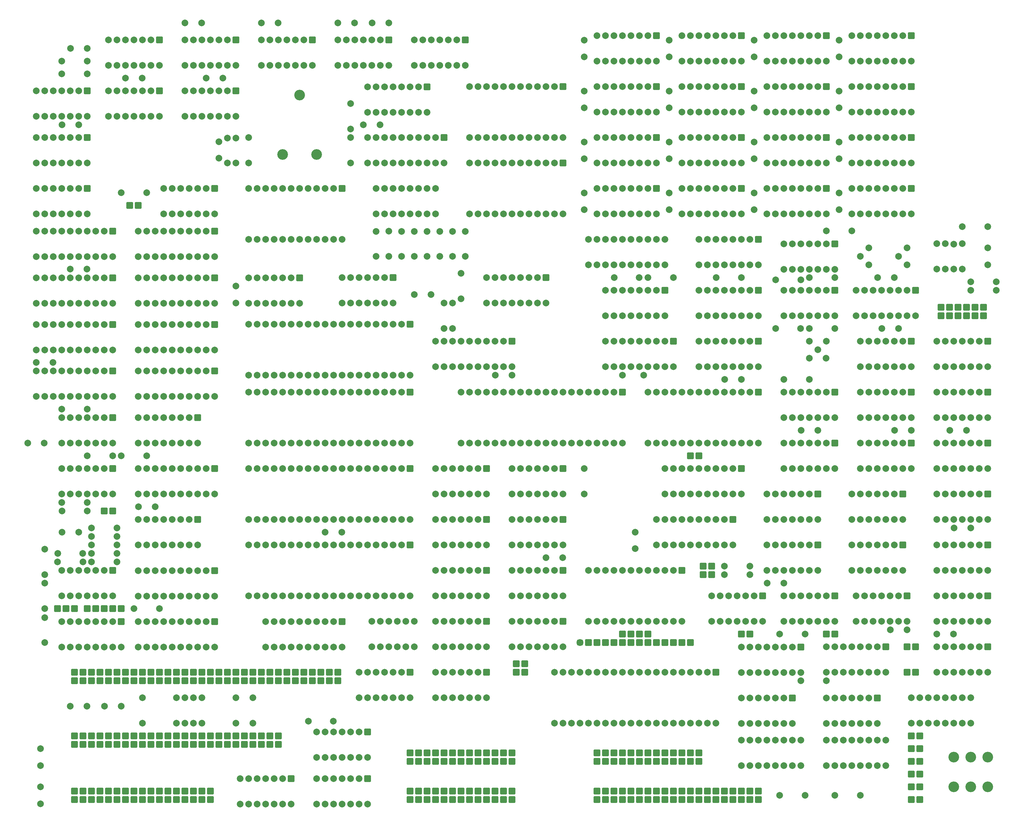
<source format=gbr>
G04 #@! TF.GenerationSoftware,KiCad,Pcbnew,7.0.5*
G04 #@! TF.CreationDate,2023-08-01T18:07:23+02:00*
G04 #@! TF.ProjectId,idp-valid,6964702d-7661-46c6-9964-2e6b69636164,1*
G04 #@! TF.SameCoordinates,Original*
G04 #@! TF.FileFunction,Soldermask,Top*
G04 #@! TF.FilePolarity,Negative*
%FSLAX46Y46*%
G04 Gerber Fmt 4.6, Leading zero omitted, Abs format (unit mm)*
G04 Created by KiCad (PCBNEW 7.0.5) date 2023-08-01 18:07:23*
%MOMM*%
%LPD*%
G01*
G04 APERTURE LIST*
G04 Aperture macros list*
%AMRoundRect*
0 Rectangle with rounded corners*
0 $1 Rounding radius*
0 $2 $3 $4 $5 $6 $7 $8 $9 X,Y pos of 4 corners*
0 Add a 4 corners polygon primitive as box body*
4,1,4,$2,$3,$4,$5,$6,$7,$8,$9,$2,$3,0*
0 Add four circle primitives for the rounded corners*
1,1,$1+$1,$2,$3*
1,1,$1+$1,$4,$5*
1,1,$1+$1,$6,$7*
1,1,$1+$1,$8,$9*
0 Add four rect primitives between the rounded corners*
20,1,$1+$1,$2,$3,$4,$5,0*
20,1,$1+$1,$4,$5,$6,$7,0*
20,1,$1+$1,$6,$7,$8,$9,0*
20,1,$1+$1,$8,$9,$2,$3,0*%
G04 Aperture macros list end*
%ADD10C,2.000000*%
%ADD11RoundRect,0.200000X-0.800000X0.800000X-0.800000X-0.800000X0.800000X-0.800000X0.800000X0.800000X0*%
%ADD12RoundRect,0.200000X0.800000X-0.800000X0.800000X0.800000X-0.800000X0.800000X-0.800000X-0.800000X0*%
%ADD13C,3.200000*%
%ADD14RoundRect,0.200000X-0.800000X-0.800000X0.800000X-0.800000X0.800000X0.800000X-0.800000X0.800000X0*%
%ADD15RoundRect,0.800000X0.200000X-0.200000X0.200000X0.200000X-0.200000X0.200000X-0.200000X-0.200000X0*%
G04 APERTURE END LIST*
D10*
X91440000Y-215900000D03*
X83820000Y-215900000D03*
X181610000Y-114300000D03*
X181610000Y-106680000D03*
X316230000Y-129540000D03*
X313690000Y-127000000D03*
X316230000Y-124460000D03*
D11*
X328930000Y-60960000D03*
D10*
X326390000Y-60960000D03*
X323850000Y-60960000D03*
X321310000Y-60960000D03*
X318770000Y-60960000D03*
X316230000Y-60960000D03*
X313690000Y-60960000D03*
X311150000Y-60960000D03*
X311150000Y-68580000D03*
X313690000Y-68580000D03*
X316230000Y-68580000D03*
X318770000Y-68580000D03*
X321310000Y-68580000D03*
X323850000Y-68580000D03*
X326390000Y-68580000D03*
X328930000Y-68580000D03*
X293370000Y-279400000D03*
X293370000Y-271780000D03*
D11*
X209550000Y-152400000D03*
D10*
X207010000Y-152400000D03*
X204470000Y-152400000D03*
X201930000Y-152400000D03*
X199390000Y-152400000D03*
X196850000Y-152400000D03*
X194310000Y-152400000D03*
X191770000Y-152400000D03*
X189230000Y-152400000D03*
X186690000Y-152400000D03*
X186690000Y-160020000D03*
X189230000Y-160020000D03*
X191770000Y-160020000D03*
X194310000Y-160020000D03*
X196850000Y-160020000D03*
X199390000Y-160020000D03*
X201930000Y-160020000D03*
X204470000Y-160020000D03*
X207010000Y-160020000D03*
X209550000Y-160020000D03*
D11*
X146055000Y-133360000D03*
D10*
X143515000Y-133360000D03*
X140975000Y-133360000D03*
X138435000Y-133360000D03*
X135895000Y-133360000D03*
X133355000Y-133360000D03*
X130815000Y-133360000D03*
X130815000Y-140980000D03*
X133355000Y-140980000D03*
X135895000Y-140980000D03*
X138435000Y-140980000D03*
X140975000Y-140980000D03*
X143515000Y-140980000D03*
X146055000Y-140980000D03*
X100330000Y-186690000D03*
X92710000Y-186690000D03*
D11*
X321310000Y-243840000D03*
D10*
X318770000Y-243840000D03*
X316230000Y-243840000D03*
X313690000Y-243840000D03*
X311150000Y-243840000D03*
X308610000Y-243840000D03*
X306070000Y-243840000D03*
X303530000Y-243840000D03*
X303530000Y-251460000D03*
X306070000Y-251460000D03*
X308610000Y-251460000D03*
X311150000Y-251460000D03*
X313690000Y-251460000D03*
X316230000Y-251460000D03*
X318770000Y-251460000D03*
X321310000Y-251460000D03*
X308610000Y-279400000D03*
X308610000Y-271780000D03*
X77470000Y-261620000D03*
X82470000Y-261620000D03*
D11*
X120645000Y-119390000D03*
D10*
X118105000Y-119390000D03*
X115565000Y-119390000D03*
X113025000Y-119390000D03*
X110485000Y-119390000D03*
X107945000Y-119390000D03*
X105405000Y-119390000D03*
X102865000Y-119390000D03*
X100325000Y-119390000D03*
X97785000Y-119390000D03*
X97785000Y-127010000D03*
X100325000Y-127010000D03*
X102865000Y-127010000D03*
X105405000Y-127010000D03*
X107945000Y-127010000D03*
X110485000Y-127010000D03*
X113025000Y-127010000D03*
X115565000Y-127010000D03*
X118105000Y-127010000D03*
X120645000Y-127010000D03*
D11*
X115570000Y-175260000D03*
D10*
X113030000Y-175260000D03*
X110490000Y-175260000D03*
X107950000Y-175260000D03*
X105410000Y-175260000D03*
X102870000Y-175260000D03*
X100330000Y-175260000D03*
X97790000Y-175260000D03*
X97790000Y-182880000D03*
X100330000Y-182880000D03*
X102870000Y-182880000D03*
X105410000Y-182880000D03*
X107950000Y-182880000D03*
X110490000Y-182880000D03*
X113030000Y-182880000D03*
X115570000Y-182880000D03*
D12*
X328930000Y-289560000D03*
X331470000Y-289560000D03*
D10*
X172720000Y-126940000D03*
X172720000Y-119440000D03*
D11*
X90165000Y-133360000D03*
D10*
X87625000Y-133360000D03*
X85085000Y-133360000D03*
X82545000Y-133360000D03*
X80005000Y-133360000D03*
X77465000Y-133360000D03*
X74925000Y-133360000D03*
X72385000Y-133360000D03*
X69845000Y-133360000D03*
X67305000Y-133360000D03*
X67305000Y-140980000D03*
X69845000Y-140980000D03*
X72385000Y-140980000D03*
X74925000Y-140980000D03*
X77465000Y-140980000D03*
X80005000Y-140980000D03*
X82545000Y-140980000D03*
X85085000Y-140980000D03*
X87625000Y-140980000D03*
X90165000Y-140980000D03*
X172720000Y-243840000D03*
X172720000Y-236220000D03*
D11*
X327660000Y-228600000D03*
D10*
X325120000Y-228600000D03*
X322580000Y-228600000D03*
X320040000Y-228600000D03*
X317500000Y-228600000D03*
X314960000Y-228600000D03*
X312420000Y-228600000D03*
X312420000Y-236220000D03*
X314960000Y-236220000D03*
X317500000Y-236220000D03*
X320040000Y-236220000D03*
X322580000Y-236220000D03*
X325120000Y-236220000D03*
X327660000Y-236220000D03*
D11*
X201930000Y-236220000D03*
D10*
X199390000Y-236220000D03*
X196850000Y-236220000D03*
X194310000Y-236220000D03*
X191770000Y-236220000D03*
X189230000Y-236220000D03*
X186690000Y-236220000D03*
X186690000Y-243840000D03*
X189230000Y-243840000D03*
X191770000Y-243840000D03*
X194310000Y-243840000D03*
X196850000Y-243840000D03*
X199390000Y-243840000D03*
X201930000Y-243840000D03*
D11*
X166375000Y-283220000D03*
D10*
X163835000Y-283220000D03*
X161295000Y-283220000D03*
X158755000Y-283220000D03*
X156215000Y-283220000D03*
X153675000Y-283220000D03*
X151135000Y-283220000D03*
X151135000Y-290840000D03*
X153675000Y-290840000D03*
X156215000Y-290840000D03*
X158755000Y-290840000D03*
X161295000Y-290840000D03*
X163835000Y-290840000D03*
X166375000Y-290840000D03*
D11*
X179070000Y-190500000D03*
D10*
X176530000Y-190500000D03*
X173990000Y-190500000D03*
X171450000Y-190500000D03*
X168910000Y-190500000D03*
X166370000Y-190500000D03*
X163830000Y-190500000D03*
X161290000Y-190500000D03*
X158750000Y-190500000D03*
X156210000Y-190500000D03*
X153670000Y-190500000D03*
X151130000Y-190500000D03*
X148590000Y-190500000D03*
X146050000Y-190500000D03*
X143510000Y-190500000D03*
X140970000Y-190500000D03*
X138430000Y-190500000D03*
X135890000Y-190500000D03*
X133350000Y-190500000D03*
X130810000Y-190500000D03*
X130810000Y-205740000D03*
X133350000Y-205740000D03*
X135890000Y-205740000D03*
X138430000Y-205740000D03*
X140970000Y-205740000D03*
X143510000Y-205740000D03*
X146050000Y-205740000D03*
X148590000Y-205740000D03*
X151130000Y-205740000D03*
X153670000Y-205740000D03*
X156210000Y-205740000D03*
X158750000Y-205740000D03*
X161290000Y-205740000D03*
X163830000Y-205740000D03*
X166370000Y-205740000D03*
X168910000Y-205740000D03*
X171450000Y-205740000D03*
X173990000Y-205740000D03*
X176530000Y-205740000D03*
X179070000Y-205740000D03*
D11*
X283210000Y-167640000D03*
D10*
X280670000Y-167640000D03*
X278130000Y-167640000D03*
X275590000Y-167640000D03*
X273050000Y-167640000D03*
X270510000Y-167640000D03*
X267970000Y-167640000D03*
X265430000Y-167640000D03*
X262890000Y-167640000D03*
X260350000Y-167640000D03*
X257810000Y-167640000D03*
X255270000Y-167640000D03*
X252730000Y-167640000D03*
X250190000Y-167640000D03*
X250190000Y-182880000D03*
X252730000Y-182880000D03*
X255270000Y-182880000D03*
X257810000Y-182880000D03*
X260350000Y-182880000D03*
X262890000Y-182880000D03*
X265430000Y-182880000D03*
X267970000Y-182880000D03*
X270510000Y-182880000D03*
X273050000Y-182880000D03*
X275590000Y-182880000D03*
X278130000Y-182880000D03*
X280670000Y-182880000D03*
X283210000Y-182880000D03*
X321310000Y-279400000D03*
X321310000Y-271780000D03*
X247650000Y-129540000D03*
X247650000Y-121920000D03*
X170100000Y-87630000D03*
X165100000Y-87630000D03*
D11*
X330200000Y-137160000D03*
D10*
X327660000Y-137160000D03*
X325120000Y-137160000D03*
X322580000Y-137160000D03*
X320040000Y-137160000D03*
X317500000Y-137160000D03*
X314960000Y-137160000D03*
X312420000Y-137160000D03*
X312420000Y-144780000D03*
X314960000Y-144780000D03*
X317500000Y-144780000D03*
X320040000Y-144780000D03*
X322580000Y-144780000D03*
X325120000Y-144780000D03*
X327660000Y-144780000D03*
X330200000Y-144780000D03*
D12*
X234950000Y-278130000D03*
X234950000Y-275590000D03*
X237490000Y-278130000D03*
X237490000Y-275590000D03*
X240030000Y-278130000D03*
X240030000Y-275590000D03*
X242570000Y-278130000D03*
X242570000Y-275590000D03*
X245110000Y-278130000D03*
X245110000Y-275590000D03*
X247650000Y-278130000D03*
X247650000Y-275590000D03*
X250190000Y-278130000D03*
X250190000Y-275590000D03*
X252730000Y-278130000D03*
X252730000Y-275590000D03*
X255270000Y-278130000D03*
X255270000Y-275590000D03*
X257810000Y-278130000D03*
X257810000Y-275590000D03*
X260350000Y-278130000D03*
X260350000Y-275590000D03*
X262890000Y-278130000D03*
X262890000Y-275590000D03*
X265430000Y-278130000D03*
X265430000Y-275590000D03*
D10*
X255270000Y-129540000D03*
X255270000Y-121920000D03*
X81280000Y-218440000D03*
X73660000Y-218440000D03*
X80010000Y-209550000D03*
X75010000Y-209550000D03*
X341550000Y-240030000D03*
X336550000Y-240030000D03*
X116840000Y-266700000D03*
X116840000Y-259080000D03*
X189230000Y-148590000D03*
X189230000Y-140970000D03*
D11*
X224790000Y-220980000D03*
D10*
X222250000Y-220980000D03*
X219710000Y-220980000D03*
X217170000Y-220980000D03*
X214630000Y-220980000D03*
X212090000Y-220980000D03*
X209550000Y-220980000D03*
X209550000Y-228600000D03*
X212090000Y-228600000D03*
X214630000Y-228600000D03*
X217170000Y-228600000D03*
X219710000Y-228600000D03*
X222250000Y-228600000D03*
X224790000Y-228600000D03*
X283210000Y-279400000D03*
X283210000Y-271780000D03*
D11*
X224790000Y-76200000D03*
D10*
X222250000Y-76200000D03*
X219710000Y-76200000D03*
X217170000Y-76200000D03*
X214630000Y-76200000D03*
X212090000Y-76200000D03*
X209550000Y-76200000D03*
X207010000Y-76200000D03*
X204470000Y-76200000D03*
X201930000Y-76200000D03*
X199390000Y-76200000D03*
X196850000Y-76200000D03*
X196850000Y-91440000D03*
X199390000Y-91440000D03*
X201930000Y-91440000D03*
X204470000Y-91440000D03*
X207010000Y-91440000D03*
X209550000Y-91440000D03*
X212090000Y-91440000D03*
X214630000Y-91440000D03*
X217170000Y-91440000D03*
X219710000Y-91440000D03*
X222250000Y-91440000D03*
X224790000Y-91440000D03*
X341630000Y-266700000D03*
X341630000Y-259080000D03*
D12*
X328930000Y-274320000D03*
X331470000Y-274320000D03*
D10*
X69850000Y-242570000D03*
X69850000Y-235070000D03*
D11*
X120645000Y-236230000D03*
D10*
X118105000Y-236230000D03*
X115565000Y-236230000D03*
X113025000Y-236230000D03*
X110485000Y-236230000D03*
X107945000Y-236230000D03*
X105405000Y-236230000D03*
X102865000Y-236230000D03*
X100325000Y-236230000D03*
X97785000Y-236230000D03*
X97785000Y-243850000D03*
X100325000Y-243850000D03*
X102865000Y-243850000D03*
X105405000Y-243850000D03*
X107945000Y-243850000D03*
X110485000Y-243850000D03*
X113025000Y-243850000D03*
X115565000Y-243850000D03*
X118105000Y-243850000D03*
X120645000Y-243850000D03*
D11*
X306070000Y-228600000D03*
D10*
X303530000Y-228600000D03*
X300990000Y-228600000D03*
X298450000Y-228600000D03*
X295910000Y-228600000D03*
X293370000Y-228600000D03*
X290830000Y-228600000D03*
X290830000Y-236220000D03*
X293370000Y-236220000D03*
X295910000Y-236220000D03*
X298450000Y-236220000D03*
X300990000Y-236220000D03*
X303530000Y-236220000D03*
X306070000Y-236220000D03*
X306070000Y-148590000D03*
X298450000Y-148590000D03*
D11*
X283210000Y-152400000D03*
D10*
X280670000Y-152400000D03*
X278130000Y-152400000D03*
X275590000Y-152400000D03*
X273050000Y-152400000D03*
X270510000Y-152400000D03*
X267970000Y-152400000D03*
X265430000Y-152400000D03*
X265430000Y-160020000D03*
X267970000Y-160020000D03*
X270510000Y-160020000D03*
X273050000Y-160020000D03*
X275590000Y-160020000D03*
X278130000Y-160020000D03*
X280670000Y-160020000D03*
X283210000Y-160020000D03*
X175260000Y-243840000D03*
X175260000Y-236220000D03*
D11*
X172720000Y-62230000D03*
D10*
X170180000Y-62230000D03*
X167640000Y-62230000D03*
X165100000Y-62230000D03*
X162560000Y-62230000D03*
X160020000Y-62230000D03*
X157480000Y-62230000D03*
X157480000Y-69850000D03*
X160020000Y-69850000D03*
X162560000Y-69850000D03*
X165100000Y-69850000D03*
X167640000Y-69850000D03*
X170180000Y-69850000D03*
X172720000Y-69850000D03*
X327660000Y-129540000D03*
X325120000Y-127000000D03*
X327660000Y-124460000D03*
D11*
X306070000Y-167640000D03*
D10*
X303530000Y-167640000D03*
X300990000Y-167640000D03*
X298450000Y-167640000D03*
X295910000Y-167640000D03*
X293370000Y-167640000D03*
X290830000Y-167640000D03*
X290830000Y-175260000D03*
X293370000Y-175260000D03*
X295910000Y-175260000D03*
X298450000Y-175260000D03*
X300990000Y-175260000D03*
X303530000Y-175260000D03*
X306070000Y-175260000D03*
X351790000Y-118110000D03*
X344170000Y-118110000D03*
X323850000Y-133350000D03*
X318850000Y-133350000D03*
X231140000Y-67270000D03*
X231140000Y-62270000D03*
X82510000Y-130810000D03*
X77510000Y-130810000D03*
X245110000Y-129540000D03*
X245110000Y-121920000D03*
D12*
X78740000Y-273050000D03*
X78740000Y-270510000D03*
X81280000Y-273050000D03*
X81280000Y-270510000D03*
X83820000Y-273050000D03*
X83820000Y-270510000D03*
X86360000Y-273050000D03*
X86360000Y-270510000D03*
X88900000Y-273050000D03*
X88900000Y-270510000D03*
X91440000Y-273050000D03*
X91440000Y-270510000D03*
X93980000Y-273050000D03*
X93980000Y-270510000D03*
X96520000Y-273050000D03*
X96520000Y-270510000D03*
X99060000Y-273050000D03*
X99060000Y-270510000D03*
X101600000Y-273050000D03*
X101600000Y-270510000D03*
X104140000Y-273050000D03*
X104140000Y-270510000D03*
X106680000Y-273050000D03*
X106680000Y-270510000D03*
X109220000Y-273050000D03*
X109220000Y-270510000D03*
X111760000Y-273050000D03*
X111760000Y-270510000D03*
X114300000Y-273050000D03*
X114300000Y-270510000D03*
X116840000Y-273050000D03*
X116840000Y-270510000D03*
X119380000Y-273050000D03*
X119380000Y-270510000D03*
X121920000Y-273050000D03*
X121920000Y-270510000D03*
X124460000Y-273050000D03*
X124460000Y-270510000D03*
X127000000Y-273050000D03*
X127000000Y-270510000D03*
X129540000Y-273050000D03*
X129540000Y-270510000D03*
X132080000Y-273050000D03*
X132080000Y-270510000D03*
X134620000Y-273050000D03*
X134620000Y-270510000D03*
X137160000Y-273050000D03*
X137160000Y-270510000D03*
X139700000Y-273050000D03*
X139700000Y-270510000D03*
D10*
X116800000Y-57150000D03*
X111800000Y-57150000D03*
D12*
X266700000Y-222250000D03*
X266700000Y-219710000D03*
X269240000Y-222250000D03*
X269240000Y-219710000D03*
D10*
X248920000Y-162560000D03*
X242570000Y-162560000D03*
D11*
X189225000Y-91440000D03*
D10*
X186685000Y-91440000D03*
X184145000Y-91440000D03*
X181605000Y-91440000D03*
X179065000Y-91440000D03*
X176525000Y-91440000D03*
X173985000Y-91440000D03*
X171445000Y-91440000D03*
X168905000Y-91440000D03*
X166365000Y-91440000D03*
X166365000Y-99060000D03*
X168905000Y-99060000D03*
X171445000Y-99060000D03*
X173985000Y-99060000D03*
X176525000Y-99060000D03*
X179065000Y-99060000D03*
X181605000Y-99060000D03*
X184145000Y-99060000D03*
X186685000Y-99060000D03*
X189225000Y-99060000D03*
X69850000Y-222250000D03*
X69850000Y-214630000D03*
X82550000Y-200660000D03*
X74930000Y-200660000D03*
X256540000Y-112990000D03*
X256540000Y-107990000D03*
X290830000Y-279400000D03*
X290830000Y-271780000D03*
X224750000Y-217170000D03*
X219750000Y-217170000D03*
X300990000Y-179070000D03*
X295990000Y-179070000D03*
D11*
X328930000Y-76200000D03*
D10*
X326390000Y-76200000D03*
X323850000Y-76200000D03*
X321310000Y-76200000D03*
X318770000Y-76200000D03*
X316230000Y-76200000D03*
X313690000Y-76200000D03*
X311150000Y-76200000D03*
X311150000Y-83820000D03*
X313690000Y-83820000D03*
X316230000Y-83820000D03*
X318770000Y-83820000D03*
X321310000Y-83820000D03*
X323850000Y-83820000D03*
X326390000Y-83820000D03*
X328930000Y-83820000D03*
D11*
X278130000Y-106680000D03*
D10*
X275590000Y-106680000D03*
X273050000Y-106680000D03*
X270510000Y-106680000D03*
X267970000Y-106680000D03*
X265430000Y-106680000D03*
X262890000Y-106680000D03*
X260350000Y-106680000D03*
X260350000Y-114300000D03*
X262890000Y-114300000D03*
X265430000Y-114300000D03*
X267970000Y-114300000D03*
X270510000Y-114300000D03*
X273050000Y-114300000D03*
X275590000Y-114300000D03*
X278130000Y-114300000D03*
X167640000Y-243840000D03*
X167640000Y-236220000D03*
X179070000Y-114300000D03*
X179070000Y-106680000D03*
X354330000Y-137160000D03*
X346710000Y-137160000D03*
X173990000Y-114300000D03*
X173990000Y-106680000D03*
D11*
X303530000Y-76200000D03*
D10*
X300990000Y-76200000D03*
X298450000Y-76200000D03*
X295910000Y-76200000D03*
X293370000Y-76200000D03*
X290830000Y-76200000D03*
X288290000Y-76200000D03*
X285750000Y-76200000D03*
X285750000Y-83820000D03*
X288290000Y-83820000D03*
X290830000Y-83820000D03*
X293370000Y-83820000D03*
X295910000Y-83820000D03*
X298450000Y-83820000D03*
X300990000Y-83820000D03*
X303530000Y-83820000D03*
X172720000Y-57150000D03*
X167720000Y-57150000D03*
D11*
X328930000Y-152400000D03*
D10*
X326390000Y-152400000D03*
X323850000Y-152400000D03*
X321310000Y-152400000D03*
X318770000Y-152400000D03*
X316230000Y-152400000D03*
X313690000Y-152400000D03*
X313690000Y-160020000D03*
X316230000Y-160020000D03*
X318770000Y-160020000D03*
X321310000Y-160020000D03*
X323850000Y-160020000D03*
X326390000Y-160020000D03*
X328930000Y-160020000D03*
D11*
X90170000Y-161290000D03*
D10*
X87630000Y-161290000D03*
X85090000Y-161290000D03*
X82550000Y-161290000D03*
X80010000Y-161290000D03*
X77470000Y-161290000D03*
X74930000Y-161290000D03*
X72390000Y-161290000D03*
X69850000Y-161290000D03*
X67310000Y-161290000D03*
X67310000Y-168910000D03*
X69850000Y-168910000D03*
X72390000Y-168910000D03*
X74930000Y-168910000D03*
X77470000Y-168910000D03*
X80010000Y-168910000D03*
X82550000Y-168910000D03*
X85090000Y-168910000D03*
X87630000Y-168910000D03*
X90170000Y-168910000D03*
D11*
X120645000Y-147330000D03*
D10*
X118105000Y-147330000D03*
X115565000Y-147330000D03*
X113025000Y-147330000D03*
X110485000Y-147330000D03*
X107945000Y-147330000D03*
X105405000Y-147330000D03*
X102865000Y-147330000D03*
X100325000Y-147330000D03*
X97785000Y-147330000D03*
X97785000Y-154950000D03*
X100325000Y-154950000D03*
X102865000Y-154950000D03*
X105405000Y-154950000D03*
X107945000Y-154950000D03*
X110485000Y-154950000D03*
X113025000Y-154950000D03*
X115565000Y-154950000D03*
X118105000Y-154950000D03*
X120645000Y-154950000D03*
X124460000Y-99060000D03*
X124460000Y-91560000D03*
D12*
X234950000Y-289560000D03*
X234950000Y-287020000D03*
X237490000Y-289560000D03*
X237490000Y-287020000D03*
X240030000Y-289560000D03*
X240030000Y-287020000D03*
X242570000Y-289560000D03*
X242570000Y-287020000D03*
X245110000Y-289560000D03*
X245110000Y-287020000D03*
X247650000Y-289560000D03*
X247650000Y-287020000D03*
X250190000Y-289560000D03*
X250190000Y-287020000D03*
X252730000Y-289560000D03*
X252730000Y-287020000D03*
X255270000Y-289560000D03*
X255270000Y-287020000D03*
X257810000Y-289560000D03*
X257810000Y-287020000D03*
X260350000Y-289560000D03*
X260350000Y-287020000D03*
X262890000Y-289560000D03*
X262890000Y-287020000D03*
X265430000Y-289560000D03*
X265430000Y-287020000D03*
X267970000Y-289560000D03*
X267970000Y-287020000D03*
X270510000Y-289560000D03*
X270510000Y-287020000D03*
X273050000Y-289560000D03*
X273050000Y-287020000D03*
X275590000Y-289560000D03*
X275590000Y-287020000D03*
X278130000Y-289560000D03*
X278130000Y-287020000D03*
X280670000Y-289560000D03*
X280670000Y-287020000D03*
X283210000Y-289560000D03*
X283210000Y-287020000D03*
X327660000Y-243840000D03*
X330200000Y-243840000D03*
D10*
X168910000Y-127000000D03*
X168910000Y-119500000D03*
X285750000Y-279400000D03*
X285750000Y-271780000D03*
D11*
X328930000Y-167640000D03*
D10*
X326390000Y-167640000D03*
X323850000Y-167640000D03*
X321310000Y-167640000D03*
X318770000Y-167640000D03*
X316230000Y-167640000D03*
X313690000Y-167640000D03*
X313690000Y-175260000D03*
X316230000Y-175260000D03*
X318770000Y-175260000D03*
X321310000Y-175260000D03*
X323850000Y-175260000D03*
X326390000Y-175260000D03*
X328930000Y-175260000D03*
D11*
X120650000Y-190500000D03*
D10*
X118110000Y-190500000D03*
X115570000Y-190500000D03*
X113030000Y-190500000D03*
X110490000Y-190500000D03*
X107950000Y-190500000D03*
X105410000Y-190500000D03*
X102870000Y-190500000D03*
X100330000Y-190500000D03*
X97790000Y-190500000D03*
X97790000Y-198120000D03*
X100330000Y-198120000D03*
X102870000Y-198120000D03*
X105410000Y-198120000D03*
X107950000Y-198120000D03*
X110490000Y-198120000D03*
X113030000Y-198120000D03*
X115570000Y-198120000D03*
X118110000Y-198120000D03*
X120650000Y-198120000D03*
X281940000Y-82510000D03*
X281940000Y-77510000D03*
X311150000Y-119380000D03*
X303530000Y-119380000D03*
D11*
X179065000Y-213355000D03*
D10*
X176525000Y-213355000D03*
X173985000Y-213355000D03*
X171445000Y-213355000D03*
X168905000Y-213355000D03*
X166365000Y-213355000D03*
X163825000Y-213355000D03*
X161285000Y-213355000D03*
X158745000Y-213355000D03*
X156205000Y-213355000D03*
X153665000Y-213355000D03*
X151125000Y-213355000D03*
X148585000Y-213355000D03*
X146045000Y-213355000D03*
X143505000Y-213355000D03*
X140965000Y-213355000D03*
X138425000Y-213355000D03*
X135885000Y-213355000D03*
X133345000Y-213355000D03*
X130805000Y-213355000D03*
X130805000Y-228595000D03*
X133345000Y-228595000D03*
X135885000Y-228595000D03*
X138425000Y-228595000D03*
X140965000Y-228595000D03*
X143505000Y-228595000D03*
X146045000Y-228595000D03*
X148585000Y-228595000D03*
X151125000Y-228595000D03*
X153665000Y-228595000D03*
X156205000Y-228595000D03*
X158745000Y-228595000D03*
X161285000Y-228595000D03*
X163825000Y-228595000D03*
X166365000Y-228595000D03*
X168905000Y-228595000D03*
X171445000Y-228595000D03*
X173985000Y-228595000D03*
X176525000Y-228595000D03*
X179065000Y-228595000D03*
D11*
X351790000Y-152400000D03*
D10*
X349250000Y-152400000D03*
X346710000Y-152400000D03*
X344170000Y-152400000D03*
X341630000Y-152400000D03*
X339090000Y-152400000D03*
X336550000Y-152400000D03*
X336550000Y-160020000D03*
X339090000Y-160020000D03*
X341630000Y-160020000D03*
X344170000Y-160020000D03*
X346710000Y-160020000D03*
X349250000Y-160020000D03*
X351790000Y-160020000D03*
X339090000Y-130810000D03*
X339090000Y-123190000D03*
X90170000Y-186690000D03*
X82550000Y-186690000D03*
X180340000Y-127000000D03*
X180340000Y-119500000D03*
X242570000Y-129540000D03*
X242570000Y-121920000D03*
D11*
X318775000Y-259090000D03*
D10*
X316235000Y-259090000D03*
X313695000Y-259090000D03*
X311155000Y-259090000D03*
X308615000Y-259090000D03*
X306075000Y-259090000D03*
X303535000Y-259090000D03*
X303535000Y-266710000D03*
X306075000Y-266710000D03*
X308615000Y-266710000D03*
X311155000Y-266710000D03*
X313695000Y-266710000D03*
X316235000Y-266710000D03*
X318775000Y-266710000D03*
X231140000Y-82510000D03*
X231140000Y-77510000D03*
X345440000Y-179070000D03*
X340440000Y-179070000D03*
X280670000Y-219710000D03*
X273050000Y-219710000D03*
X68580000Y-274320000D03*
X68580000Y-279320000D03*
X278130000Y-133350000D03*
X270630000Y-133350000D03*
D13*
X341630000Y-276860000D03*
X346710000Y-276860000D03*
X351790000Y-276860000D03*
X341630000Y-285750000D03*
X346710000Y-285750000D03*
X351790000Y-285750000D03*
D10*
X280670000Y-222250000D03*
X273050000Y-222250000D03*
X325120000Y-148590000D03*
X320120000Y-148590000D03*
X171450000Y-114300000D03*
X171450000Y-106680000D03*
D12*
X303530000Y-240030000D03*
X306070000Y-240030000D03*
D11*
X195580000Y-62230000D03*
D10*
X193040000Y-62230000D03*
X190500000Y-62230000D03*
X187960000Y-62230000D03*
X185420000Y-62230000D03*
X182880000Y-62230000D03*
X180340000Y-62230000D03*
X180340000Y-69850000D03*
X182880000Y-69850000D03*
X185420000Y-69850000D03*
X187960000Y-69850000D03*
X190500000Y-69850000D03*
X193040000Y-69850000D03*
X195580000Y-69850000D03*
D11*
X158755000Y-106675000D03*
D10*
X156215000Y-106675000D03*
X153675000Y-106675000D03*
X151135000Y-106675000D03*
X148595000Y-106675000D03*
X146055000Y-106675000D03*
X143515000Y-106675000D03*
X140975000Y-106675000D03*
X138435000Y-106675000D03*
X135895000Y-106675000D03*
X133355000Y-106675000D03*
X130815000Y-106675000D03*
X130815000Y-121915000D03*
X133355000Y-121915000D03*
X135895000Y-121915000D03*
X138435000Y-121915000D03*
X140975000Y-121915000D03*
X143515000Y-121915000D03*
X146055000Y-121915000D03*
X148595000Y-121915000D03*
X151135000Y-121915000D03*
X153675000Y-121915000D03*
X156215000Y-121915000D03*
X158755000Y-121915000D03*
X344170000Y-130810000D03*
X344170000Y-123190000D03*
X250190000Y-129540000D03*
X250190000Y-121920000D03*
X311150000Y-279400000D03*
X311150000Y-271780000D03*
X231140000Y-97750000D03*
X231140000Y-92750000D03*
X341630000Y-130810000D03*
X341630000Y-123310000D03*
D11*
X219710000Y-133350000D03*
D10*
X217170000Y-133350000D03*
X214630000Y-133350000D03*
X212090000Y-133350000D03*
X209550000Y-133350000D03*
X207010000Y-133350000D03*
X204470000Y-133350000D03*
X201930000Y-133350000D03*
X201930000Y-140970000D03*
X204470000Y-140970000D03*
X207010000Y-140970000D03*
X209550000Y-140970000D03*
X212090000Y-140970000D03*
X214630000Y-140970000D03*
X217170000Y-140970000D03*
X219710000Y-140970000D03*
D12*
X328930000Y-278130000D03*
X331470000Y-278130000D03*
D10*
X168910000Y-114300000D03*
X168910000Y-106680000D03*
X257810000Y-133350000D03*
X250190000Y-133350000D03*
D14*
X87630000Y-203200000D03*
X90170000Y-203200000D03*
D10*
X281940000Y-67270000D03*
X281940000Y-62270000D03*
D11*
X90165000Y-147330000D03*
D10*
X87625000Y-147330000D03*
X85085000Y-147330000D03*
X82545000Y-147330000D03*
X80005000Y-147330000D03*
X77465000Y-147330000D03*
X74925000Y-147330000D03*
X72385000Y-147330000D03*
X69845000Y-147330000D03*
X67305000Y-147330000D03*
X67305000Y-154950000D03*
X69845000Y-154950000D03*
X72385000Y-154950000D03*
X74925000Y-154950000D03*
X77465000Y-154950000D03*
X80005000Y-154950000D03*
X82545000Y-154950000D03*
X85085000Y-154950000D03*
X87625000Y-154950000D03*
X90165000Y-154950000D03*
X313690000Y-279400000D03*
X313690000Y-271780000D03*
D12*
X278130000Y-240030000D03*
X280670000Y-240030000D03*
D11*
X278130000Y-190500000D03*
D10*
X275590000Y-190500000D03*
X273050000Y-190500000D03*
X270510000Y-190500000D03*
X267970000Y-190500000D03*
X265430000Y-190500000D03*
X262890000Y-190500000D03*
X260350000Y-190500000D03*
X257810000Y-190500000D03*
X255270000Y-190500000D03*
X255270000Y-198120000D03*
X257810000Y-198120000D03*
X260350000Y-198120000D03*
X262890000Y-198120000D03*
X265430000Y-198120000D03*
X267970000Y-198120000D03*
X270510000Y-198120000D03*
X273050000Y-198120000D03*
X275590000Y-198120000D03*
X278130000Y-198120000D03*
D11*
X252730000Y-76200000D03*
D10*
X250190000Y-76200000D03*
X247650000Y-76200000D03*
X245110000Y-76200000D03*
X242570000Y-76200000D03*
X240030000Y-76200000D03*
X237490000Y-76200000D03*
X234950000Y-76200000D03*
X234950000Y-83820000D03*
X237490000Y-83820000D03*
X240030000Y-83820000D03*
X242570000Y-83820000D03*
X245110000Y-83820000D03*
X247650000Y-83820000D03*
X250190000Y-83820000D03*
X252730000Y-83820000D03*
D11*
X283210000Y-121920000D03*
D10*
X280670000Y-121920000D03*
X278130000Y-121920000D03*
X275590000Y-121920000D03*
X273050000Y-121920000D03*
X270510000Y-121920000D03*
X267970000Y-121920000D03*
X265430000Y-121920000D03*
X265430000Y-129540000D03*
X267970000Y-129540000D03*
X270510000Y-129540000D03*
X273050000Y-129540000D03*
X275590000Y-129540000D03*
X278130000Y-129540000D03*
X280670000Y-129540000D03*
X283210000Y-129540000D03*
D11*
X201930000Y-220980000D03*
D10*
X199390000Y-220980000D03*
X196850000Y-220980000D03*
X194310000Y-220980000D03*
X191770000Y-220980000D03*
X189230000Y-220980000D03*
X186690000Y-220980000D03*
X186690000Y-228600000D03*
X189230000Y-228600000D03*
X191770000Y-228600000D03*
X194310000Y-228600000D03*
X196850000Y-228600000D03*
X199390000Y-228600000D03*
X201930000Y-228600000D03*
X256540000Y-97750000D03*
X256540000Y-92750000D03*
X303530000Y-279400000D03*
X303530000Y-271780000D03*
X346710000Y-208280000D03*
X341710000Y-208280000D03*
X232410000Y-129540000D03*
X232410000Y-121920000D03*
D11*
X90170000Y-190500000D03*
D10*
X87630000Y-190500000D03*
X85090000Y-190500000D03*
X82550000Y-190500000D03*
X80010000Y-190500000D03*
X77470000Y-190500000D03*
X74930000Y-190500000D03*
X74930000Y-198120000D03*
X77470000Y-198120000D03*
X80010000Y-198120000D03*
X82550000Y-198120000D03*
X85090000Y-198120000D03*
X87630000Y-198120000D03*
X90170000Y-198120000D03*
D11*
X120650000Y-161290000D03*
D10*
X118110000Y-161290000D03*
X115570000Y-161290000D03*
X113030000Y-161290000D03*
X110490000Y-161290000D03*
X107950000Y-161290000D03*
X105410000Y-161290000D03*
X102870000Y-161290000D03*
X100330000Y-161290000D03*
X97790000Y-161290000D03*
X97790000Y-168910000D03*
X100330000Y-168910000D03*
X102870000Y-168910000D03*
X105410000Y-168910000D03*
X107950000Y-168910000D03*
X110490000Y-168910000D03*
X113030000Y-168910000D03*
X115570000Y-168910000D03*
X118110000Y-168910000D03*
X120650000Y-168910000D03*
D11*
X275590000Y-205740000D03*
D10*
X273050000Y-205740000D03*
X270510000Y-205740000D03*
X267970000Y-205740000D03*
X265430000Y-205740000D03*
X262890000Y-205740000D03*
X260350000Y-205740000D03*
X257810000Y-205740000D03*
X255270000Y-205740000D03*
X252730000Y-205740000D03*
X252730000Y-213360000D03*
X255270000Y-213360000D03*
X257810000Y-213360000D03*
X260350000Y-213360000D03*
X262890000Y-213360000D03*
X265430000Y-213360000D03*
X267970000Y-213360000D03*
X270510000Y-213360000D03*
X273050000Y-213360000D03*
X275590000Y-213360000D03*
X327660000Y-238760000D03*
X322660000Y-238760000D03*
D11*
X92695000Y-236230000D03*
D10*
X90155000Y-236230000D03*
X87615000Y-236230000D03*
X85075000Y-236230000D03*
X82535000Y-236230000D03*
X79995000Y-236230000D03*
X77455000Y-236230000D03*
X74915000Y-236230000D03*
X74915000Y-243850000D03*
X77455000Y-243850000D03*
X79995000Y-243850000D03*
X82535000Y-243850000D03*
X85075000Y-243850000D03*
X87615000Y-243850000D03*
X90155000Y-243850000D03*
X92695000Y-243850000D03*
D11*
X306070000Y-137160000D03*
D10*
X303530000Y-137160000D03*
X300990000Y-137160000D03*
X298450000Y-137160000D03*
X295910000Y-137160000D03*
X293370000Y-137160000D03*
X290830000Y-137160000D03*
X290830000Y-144780000D03*
X293370000Y-144780000D03*
X295910000Y-144780000D03*
X298450000Y-144780000D03*
X300990000Y-144780000D03*
X303530000Y-144780000D03*
X306070000Y-144780000D03*
D11*
X295895000Y-243850000D03*
D10*
X293355000Y-243850000D03*
X290815000Y-243850000D03*
X288275000Y-243850000D03*
X285735000Y-243850000D03*
X283195000Y-243850000D03*
X280655000Y-243850000D03*
X278115000Y-243850000D03*
X278115000Y-251470000D03*
X280655000Y-251470000D03*
X283195000Y-251470000D03*
X285735000Y-251470000D03*
X288275000Y-251470000D03*
X290815000Y-251470000D03*
X293355000Y-251470000D03*
X295895000Y-251470000D03*
X104140000Y-232410000D03*
X96520000Y-232410000D03*
X81220000Y-215900000D03*
X73720000Y-215900000D03*
D11*
X173990000Y-133350000D03*
D10*
X171450000Y-133350000D03*
X168910000Y-133350000D03*
X166370000Y-133350000D03*
X163830000Y-133350000D03*
X161290000Y-133350000D03*
X158750000Y-133350000D03*
X158750000Y-140970000D03*
X161290000Y-140970000D03*
X163830000Y-140970000D03*
X166370000Y-140970000D03*
X168910000Y-140970000D03*
X171450000Y-140970000D03*
X173990000Y-140970000D03*
X306070000Y-279400000D03*
X306070000Y-271780000D03*
X288290000Y-279400000D03*
X288290000Y-271780000D03*
D11*
X158745000Y-236230000D03*
D10*
X156205000Y-236230000D03*
X153665000Y-236230000D03*
X151125000Y-236230000D03*
X148585000Y-236230000D03*
X146045000Y-236230000D03*
X143505000Y-236230000D03*
X140965000Y-236230000D03*
X138425000Y-236230000D03*
X135885000Y-236230000D03*
X135885000Y-243850000D03*
X138425000Y-243850000D03*
X140965000Y-243850000D03*
X143505000Y-243850000D03*
X146045000Y-243850000D03*
X148585000Y-243850000D03*
X151125000Y-243850000D03*
X153665000Y-243850000D03*
X156205000Y-243850000D03*
X158745000Y-243850000D03*
X177800000Y-243840000D03*
X177800000Y-236220000D03*
X313690000Y-288290000D03*
X306070000Y-288290000D03*
X82550000Y-72390000D03*
X74930000Y-72390000D03*
D11*
X326390000Y-198120000D03*
D10*
X323850000Y-198120000D03*
X321310000Y-198120000D03*
X318770000Y-198120000D03*
X316230000Y-198120000D03*
X313690000Y-198120000D03*
X311150000Y-198120000D03*
X311150000Y-205740000D03*
X313690000Y-205740000D03*
X316230000Y-205740000D03*
X318770000Y-205740000D03*
X321310000Y-205740000D03*
X323850000Y-205740000D03*
X326390000Y-205740000D03*
D11*
X149860000Y-62230000D03*
D10*
X147320000Y-62230000D03*
X144780000Y-62230000D03*
X142240000Y-62230000D03*
X139700000Y-62230000D03*
X137160000Y-62230000D03*
X134620000Y-62230000D03*
X134620000Y-69850000D03*
X137160000Y-69850000D03*
X139700000Y-69850000D03*
X142240000Y-69850000D03*
X144780000Y-69850000D03*
X147320000Y-69850000D03*
X149860000Y-69850000D03*
X278130000Y-163830000D03*
X273130000Y-163830000D03*
X290830000Y-224790000D03*
X285830000Y-224790000D03*
D11*
X328930000Y-106680000D03*
D10*
X326390000Y-106680000D03*
X323850000Y-106680000D03*
X321310000Y-106680000D03*
X318770000Y-106680000D03*
X316230000Y-106680000D03*
X313690000Y-106680000D03*
X311150000Y-106680000D03*
X311150000Y-114300000D03*
X313690000Y-114300000D03*
X316230000Y-114300000D03*
X318770000Y-114300000D03*
X321310000Y-114300000D03*
X323850000Y-114300000D03*
X326390000Y-114300000D03*
X328930000Y-114300000D03*
X256540000Y-82510000D03*
X256540000Y-77510000D03*
D12*
X327660000Y-251460000D03*
X330200000Y-251460000D03*
D11*
X270510000Y-251460000D03*
D10*
X267970000Y-251460000D03*
X265430000Y-251460000D03*
X262890000Y-251460000D03*
X260350000Y-251460000D03*
X257810000Y-251460000D03*
X255270000Y-251460000D03*
X252730000Y-251460000D03*
X250190000Y-251460000D03*
X247650000Y-251460000D03*
X245110000Y-251460000D03*
X242570000Y-251460000D03*
X240030000Y-251460000D03*
X237490000Y-251460000D03*
X234950000Y-251460000D03*
X232410000Y-251460000D03*
X229870000Y-251460000D03*
X227330000Y-251460000D03*
X224790000Y-251460000D03*
X222250000Y-251460000D03*
X222250000Y-266700000D03*
X224790000Y-266700000D03*
X227330000Y-266700000D03*
X229870000Y-266700000D03*
X232410000Y-266700000D03*
X234950000Y-266700000D03*
X237490000Y-266700000D03*
X240030000Y-266700000D03*
X242570000Y-266700000D03*
X245110000Y-266700000D03*
X247650000Y-266700000D03*
X250190000Y-266700000D03*
X252730000Y-266700000D03*
X255270000Y-266700000D03*
X257810000Y-266700000D03*
X260350000Y-266700000D03*
X262890000Y-266700000D03*
X265430000Y-266700000D03*
X267970000Y-266700000D03*
X270510000Y-266700000D03*
X91440000Y-213360000D03*
X83820000Y-213360000D03*
X180340000Y-138430000D03*
X185340000Y-138430000D03*
D11*
X328930000Y-91440000D03*
D10*
X326390000Y-91440000D03*
X323850000Y-91440000D03*
X321310000Y-91440000D03*
X318770000Y-91440000D03*
X316230000Y-91440000D03*
X313690000Y-91440000D03*
X311150000Y-91440000D03*
X311150000Y-99060000D03*
X313690000Y-99060000D03*
X316230000Y-99060000D03*
X318770000Y-99060000D03*
X321310000Y-99060000D03*
X323850000Y-99060000D03*
X326390000Y-99060000D03*
X328930000Y-99060000D03*
X161290000Y-88900000D03*
X161290000Y-81280000D03*
X240030000Y-129540000D03*
X240030000Y-121920000D03*
X100330000Y-107950000D03*
X92710000Y-107950000D03*
X246380000Y-209550000D03*
X246380000Y-214450000D03*
X351790000Y-124460000D03*
X351790000Y-129460000D03*
X184150000Y-127000000D03*
X184150000Y-119500000D03*
D12*
X337820000Y-144780000D03*
X340360000Y-144780000D03*
X342900000Y-144780000D03*
X345440000Y-144780000D03*
X347980000Y-144780000D03*
X350520000Y-144780000D03*
X350520000Y-142240000D03*
X347980000Y-142240000D03*
X345440000Y-142240000D03*
X342900000Y-142240000D03*
X340360000Y-142240000D03*
X337820000Y-142240000D03*
D11*
X328930000Y-182880000D03*
D10*
X326390000Y-182880000D03*
X323850000Y-182880000D03*
X321310000Y-182880000D03*
X318770000Y-182880000D03*
X316230000Y-182880000D03*
X313690000Y-182880000D03*
X313690000Y-190500000D03*
X316230000Y-190500000D03*
X318770000Y-190500000D03*
X321310000Y-190500000D03*
X323850000Y-190500000D03*
X326390000Y-190500000D03*
X328930000Y-190500000D03*
D11*
X201930000Y-190500000D03*
D10*
X199390000Y-190500000D03*
X196850000Y-190500000D03*
X194310000Y-190500000D03*
X191770000Y-190500000D03*
X189230000Y-190500000D03*
X186690000Y-190500000D03*
X186690000Y-198120000D03*
X189230000Y-198120000D03*
X191770000Y-198120000D03*
X194310000Y-198120000D03*
X196850000Y-198120000D03*
X199390000Y-198120000D03*
X201930000Y-198120000D03*
X69850000Y-232410000D03*
X69850000Y-224790000D03*
X162520000Y-57150000D03*
X157520000Y-57150000D03*
X127000000Y-99060000D03*
X127000000Y-91560000D03*
X234950000Y-129540000D03*
X234950000Y-121920000D03*
D11*
X260350000Y-220980000D03*
D10*
X257810000Y-220980000D03*
X255270000Y-220980000D03*
X252730000Y-220980000D03*
X250190000Y-220980000D03*
X247650000Y-220980000D03*
X245110000Y-220980000D03*
X242570000Y-220980000D03*
X240030000Y-220980000D03*
X237490000Y-220980000D03*
X234950000Y-220980000D03*
X232410000Y-220980000D03*
X232410000Y-236220000D03*
X234950000Y-236220000D03*
X237490000Y-236220000D03*
X240030000Y-236220000D03*
X242570000Y-236220000D03*
X245110000Y-236220000D03*
X247650000Y-236220000D03*
X250190000Y-236220000D03*
X252730000Y-236220000D03*
X255270000Y-236220000D03*
X257810000Y-236220000D03*
X260350000Y-236220000D03*
X194310000Y-139700000D03*
X194310000Y-132080000D03*
D11*
X351790000Y-198120000D03*
D10*
X349250000Y-198120000D03*
X346710000Y-198120000D03*
X344170000Y-198120000D03*
X341630000Y-198120000D03*
X339090000Y-198120000D03*
X336550000Y-198120000D03*
X336550000Y-205740000D03*
X339090000Y-205740000D03*
X341630000Y-205740000D03*
X344170000Y-205740000D03*
X346710000Y-205740000D03*
X349250000Y-205740000D03*
X351790000Y-205740000D03*
X170180000Y-243840000D03*
X170180000Y-236220000D03*
X158710000Y-209550000D03*
X153710000Y-209550000D03*
X307340000Y-113030000D03*
X307340000Y-108030000D03*
X132080000Y-266700000D03*
X132080000Y-259080000D03*
D11*
X82550000Y-106680000D03*
D10*
X80010000Y-106680000D03*
X77470000Y-106680000D03*
X74930000Y-106680000D03*
X72390000Y-106680000D03*
X69850000Y-106680000D03*
X67310000Y-106680000D03*
X67310000Y-114300000D03*
X69850000Y-114300000D03*
X72390000Y-114300000D03*
X74930000Y-114300000D03*
X77470000Y-114300000D03*
X80010000Y-114300000D03*
X82550000Y-114300000D03*
X111760000Y-266700000D03*
X111760000Y-259080000D03*
X156150000Y-266065000D03*
X148650000Y-266065000D03*
X278130000Y-279400000D03*
X278130000Y-271780000D03*
X180340000Y-243840000D03*
X180340000Y-236220000D03*
X68580000Y-285750000D03*
X68580000Y-290750000D03*
D11*
X224790000Y-205740000D03*
D10*
X222250000Y-205740000D03*
X219710000Y-205740000D03*
X217170000Y-205740000D03*
X214630000Y-205740000D03*
X212090000Y-205740000D03*
X209550000Y-205740000D03*
X209550000Y-213360000D03*
X212090000Y-213360000D03*
X214630000Y-213360000D03*
X217170000Y-213360000D03*
X219710000Y-213360000D03*
X222250000Y-213360000D03*
X224790000Y-213360000D03*
X334010000Y-266700000D03*
X334010000Y-259080000D03*
X316230000Y-279400000D03*
X316230000Y-271780000D03*
X91440000Y-208280000D03*
X83820000Y-208280000D03*
X161290000Y-99060000D03*
X161290000Y-91440000D03*
D11*
X293375000Y-259090000D03*
D10*
X290835000Y-259090000D03*
X288295000Y-259090000D03*
X285755000Y-259090000D03*
X283215000Y-259090000D03*
X280675000Y-259090000D03*
X278135000Y-259090000D03*
X278135000Y-266710000D03*
X280675000Y-266710000D03*
X283215000Y-266710000D03*
X285755000Y-266710000D03*
X288295000Y-266710000D03*
X290835000Y-266710000D03*
X293375000Y-266710000D03*
X121920000Y-92710000D03*
X121920000Y-97610000D03*
X82550000Y-68580000D03*
X74930000Y-68580000D03*
X237490000Y-129540000D03*
X237490000Y-121920000D03*
D11*
X303530000Y-91440000D03*
D10*
X300990000Y-91440000D03*
X298450000Y-91440000D03*
X295910000Y-91440000D03*
X293370000Y-91440000D03*
X290830000Y-91440000D03*
X288290000Y-91440000D03*
X285750000Y-91440000D03*
X285750000Y-99060000D03*
X288290000Y-99060000D03*
X290830000Y-99060000D03*
X293370000Y-99060000D03*
X295910000Y-99060000D03*
X298450000Y-99060000D03*
X300990000Y-99060000D03*
X303530000Y-99060000D03*
X82550000Y-64770000D03*
X77550000Y-64770000D03*
X114300000Y-266700000D03*
X114300000Y-259080000D03*
X328930000Y-179070000D03*
X323930000Y-179070000D03*
D12*
X73660000Y-232410000D03*
X76200000Y-232410000D03*
X78740000Y-232410000D03*
D11*
X252730000Y-91440000D03*
D10*
X250190000Y-91440000D03*
X247650000Y-91440000D03*
X245110000Y-91440000D03*
X242570000Y-91440000D03*
X240030000Y-91440000D03*
X237490000Y-91440000D03*
X234950000Y-91440000D03*
X234950000Y-99060000D03*
X237490000Y-99060000D03*
X240030000Y-99060000D03*
X242570000Y-99060000D03*
X245110000Y-99060000D03*
X247650000Y-99060000D03*
X250190000Y-99060000D03*
X252730000Y-99060000D03*
D11*
X300990000Y-198120000D03*
D10*
X298450000Y-198120000D03*
X295910000Y-198120000D03*
X293370000Y-198120000D03*
X290830000Y-198120000D03*
X288290000Y-198120000D03*
X285750000Y-198120000D03*
X285750000Y-205740000D03*
X288290000Y-205740000D03*
X290830000Y-205740000D03*
X293370000Y-205740000D03*
X295910000Y-205740000D03*
X298450000Y-205740000D03*
X300990000Y-205740000D03*
X92710000Y-261620000D03*
X87710000Y-261620000D03*
X123150000Y-73660000D03*
X118150000Y-73660000D03*
D11*
X351790000Y-243840000D03*
D10*
X349250000Y-243840000D03*
X346710000Y-243840000D03*
X344170000Y-243840000D03*
X341630000Y-243840000D03*
X339090000Y-243840000D03*
X336550000Y-243840000D03*
X336550000Y-251460000D03*
X339090000Y-251460000D03*
X341630000Y-251460000D03*
X344170000Y-251460000D03*
X346710000Y-251460000D03*
X349250000Y-251460000D03*
X351790000Y-251460000D03*
D11*
X257810000Y-152400000D03*
D10*
X255270000Y-152400000D03*
X252730000Y-152400000D03*
X250190000Y-152400000D03*
X247650000Y-152400000D03*
X245110000Y-152400000D03*
X242570000Y-152400000D03*
X240030000Y-152400000D03*
X237490000Y-152400000D03*
X237490000Y-160020000D03*
X240030000Y-160020000D03*
X242570000Y-160020000D03*
X245110000Y-160020000D03*
X247650000Y-160020000D03*
X250190000Y-160020000D03*
X252730000Y-160020000D03*
X255270000Y-160020000D03*
X257810000Y-160020000D03*
D13*
X146050000Y-78740000D03*
X140970000Y-96520000D03*
X151130000Y-96520000D03*
D11*
X300990000Y-213360000D03*
D10*
X298450000Y-213360000D03*
X295910000Y-213360000D03*
X293370000Y-213360000D03*
X290830000Y-213360000D03*
X288290000Y-213360000D03*
X285750000Y-213360000D03*
X285750000Y-220980000D03*
X288290000Y-220980000D03*
X290830000Y-220980000D03*
X293370000Y-220980000D03*
X295910000Y-220980000D03*
X298450000Y-220980000D03*
X300990000Y-220980000D03*
D12*
X179070000Y-278130000D03*
X179070000Y-275590000D03*
X181610000Y-278130000D03*
X181610000Y-275590000D03*
X184150000Y-278130000D03*
X184150000Y-275590000D03*
X186690000Y-278130000D03*
X186690000Y-275590000D03*
X189230000Y-278130000D03*
X189230000Y-275590000D03*
X191770000Y-278130000D03*
X191770000Y-275590000D03*
X194310000Y-278130000D03*
X194310000Y-275590000D03*
X196850000Y-278130000D03*
X196850000Y-275590000D03*
X199390000Y-278130000D03*
X199390000Y-275590000D03*
X201930000Y-278130000D03*
X201930000Y-275590000D03*
X204470000Y-278130000D03*
X204470000Y-275590000D03*
X207010000Y-278130000D03*
X207010000Y-275590000D03*
X209550000Y-278130000D03*
X209550000Y-275590000D03*
D10*
X139660000Y-57150000D03*
X134660000Y-57150000D03*
X303490000Y-157480000D03*
X298490000Y-157480000D03*
X176530000Y-114300000D03*
X176530000Y-106680000D03*
X127000000Y-266700000D03*
X127000000Y-259080000D03*
D11*
X120650000Y-106680000D03*
D10*
X118110000Y-106680000D03*
X115570000Y-106680000D03*
X113030000Y-106680000D03*
X110490000Y-106680000D03*
X107950000Y-106680000D03*
X105410000Y-106680000D03*
X105410000Y-114300000D03*
X107950000Y-114300000D03*
X110490000Y-114300000D03*
X113030000Y-114300000D03*
X115570000Y-114300000D03*
X118110000Y-114300000D03*
X120650000Y-114300000D03*
X231140000Y-112990000D03*
X231140000Y-107990000D03*
X307340000Y-82510000D03*
X307340000Y-77510000D03*
X91440000Y-218440000D03*
X83820000Y-218440000D03*
D11*
X351790000Y-228600000D03*
D10*
X349250000Y-228600000D03*
X346710000Y-228600000D03*
X344170000Y-228600000D03*
X341630000Y-228600000D03*
X339090000Y-228600000D03*
X336550000Y-228600000D03*
X336550000Y-236220000D03*
X339090000Y-236220000D03*
X341630000Y-236220000D03*
X344170000Y-236220000D03*
X346710000Y-236220000D03*
X349250000Y-236220000D03*
X351790000Y-236220000D03*
D12*
X328930000Y-270510000D03*
X331470000Y-270510000D03*
D10*
X256540000Y-67270000D03*
X256540000Y-62270000D03*
X82550000Y-172720000D03*
X74930000Y-172720000D03*
D12*
X95250000Y-111760000D03*
X97790000Y-111760000D03*
D11*
X143515000Y-283220000D03*
D10*
X140975000Y-283220000D03*
X138435000Y-283220000D03*
X135895000Y-283220000D03*
X133355000Y-283220000D03*
X130815000Y-283220000D03*
X128275000Y-283220000D03*
X128275000Y-290840000D03*
X130815000Y-290840000D03*
X133355000Y-290840000D03*
X135895000Y-290840000D03*
X138435000Y-290840000D03*
X140975000Y-290840000D03*
X143515000Y-290840000D03*
X298450000Y-163830000D03*
X290830000Y-163830000D03*
D11*
X90170000Y-175260000D03*
D10*
X87630000Y-175260000D03*
X85090000Y-175260000D03*
X82550000Y-175260000D03*
X80010000Y-175260000D03*
X77470000Y-175260000D03*
X74930000Y-175260000D03*
X74930000Y-182880000D03*
X77470000Y-182880000D03*
X80010000Y-182880000D03*
X82550000Y-182880000D03*
X85090000Y-182880000D03*
X87630000Y-182880000D03*
X90170000Y-182880000D03*
X336550000Y-130810000D03*
X336550000Y-123190000D03*
X82550000Y-203200000D03*
X75050000Y-203200000D03*
X195580000Y-127000000D03*
X195580000Y-119500000D03*
X281940000Y-97750000D03*
X281940000Y-92750000D03*
D11*
X104140000Y-62230000D03*
D10*
X101600000Y-62230000D03*
X99060000Y-62230000D03*
X96520000Y-62230000D03*
X93980000Y-62230000D03*
X91440000Y-62230000D03*
X88900000Y-62230000D03*
X88900000Y-69850000D03*
X91440000Y-69850000D03*
X93980000Y-69850000D03*
X96520000Y-69850000D03*
X99060000Y-69850000D03*
X101600000Y-69850000D03*
X104140000Y-69850000D03*
D11*
X166375000Y-269250000D03*
D10*
X163835000Y-269250000D03*
X161295000Y-269250000D03*
X158755000Y-269250000D03*
X156215000Y-269250000D03*
X153675000Y-269250000D03*
X151135000Y-269250000D03*
X151135000Y-276870000D03*
X153675000Y-276870000D03*
X156215000Y-276870000D03*
X158755000Y-276870000D03*
X161295000Y-276870000D03*
X163835000Y-276870000D03*
X166375000Y-276870000D03*
X280670000Y-279400000D03*
X280670000Y-271780000D03*
X295850000Y-148590000D03*
X288350000Y-148590000D03*
D11*
X90170000Y-220980000D03*
D10*
X87630000Y-220980000D03*
X85090000Y-220980000D03*
X82550000Y-220980000D03*
X80010000Y-220980000D03*
X77470000Y-220980000D03*
X74930000Y-220980000D03*
X74930000Y-228600000D03*
X77470000Y-228600000D03*
X80010000Y-228600000D03*
X82550000Y-228600000D03*
X85090000Y-228600000D03*
X87630000Y-228600000D03*
X90170000Y-228600000D03*
D11*
X224795000Y-99055000D03*
D10*
X222255000Y-99055000D03*
X219715000Y-99055000D03*
X217175000Y-99055000D03*
X214635000Y-99055000D03*
X212095000Y-99055000D03*
X209555000Y-99055000D03*
X207015000Y-99055000D03*
X204475000Y-99055000D03*
X201935000Y-99055000D03*
X199395000Y-99055000D03*
X196855000Y-99055000D03*
X196855000Y-114295000D03*
X199395000Y-114295000D03*
X201935000Y-114295000D03*
X204475000Y-114295000D03*
X207015000Y-114295000D03*
X209555000Y-114295000D03*
X212095000Y-114295000D03*
X214635000Y-114295000D03*
X217175000Y-114295000D03*
X219715000Y-114295000D03*
X222255000Y-114295000D03*
X224795000Y-114295000D03*
D11*
X278130000Y-60960000D03*
D10*
X275590000Y-60960000D03*
X273050000Y-60960000D03*
X270510000Y-60960000D03*
X267970000Y-60960000D03*
X265430000Y-60960000D03*
X262890000Y-60960000D03*
X260350000Y-60960000D03*
X260350000Y-68580000D03*
X262890000Y-68580000D03*
X265430000Y-68580000D03*
X267970000Y-68580000D03*
X270510000Y-68580000D03*
X273050000Y-68580000D03*
X275590000Y-68580000D03*
X278130000Y-68580000D03*
X354330000Y-134620000D03*
X346710000Y-134620000D03*
X307340000Y-67270000D03*
X307340000Y-62270000D03*
X303530000Y-254000000D03*
X295910000Y-254000000D03*
D11*
X115570000Y-205740000D03*
D10*
X113030000Y-205740000D03*
X110490000Y-205740000D03*
X107950000Y-205740000D03*
X105410000Y-205740000D03*
X102870000Y-205740000D03*
X100330000Y-205740000D03*
X97790000Y-205740000D03*
X97790000Y-213360000D03*
X100330000Y-213360000D03*
X102870000Y-213360000D03*
X105410000Y-213360000D03*
X107950000Y-213360000D03*
X110490000Y-213360000D03*
X113030000Y-213360000D03*
X115570000Y-213360000D03*
X109220000Y-266700000D03*
X109220000Y-259080000D03*
D11*
X306075000Y-123200000D03*
D10*
X303535000Y-123200000D03*
X300995000Y-123200000D03*
X298455000Y-123200000D03*
X295915000Y-123200000D03*
X293375000Y-123200000D03*
X290835000Y-123200000D03*
X290835000Y-130820000D03*
X293375000Y-130820000D03*
X295915000Y-130820000D03*
X298455000Y-130820000D03*
X300995000Y-130820000D03*
X303535000Y-130820000D03*
X306075000Y-130820000D03*
D12*
X82550000Y-232410000D03*
X85090000Y-232410000D03*
X87630000Y-232410000D03*
X90170000Y-232410000D03*
X92710000Y-232410000D03*
D10*
X176530000Y-127000000D03*
X176530000Y-119500000D03*
D11*
X252730000Y-60960000D03*
D10*
X250190000Y-60960000D03*
X247650000Y-60960000D03*
X245110000Y-60960000D03*
X242570000Y-60960000D03*
X240030000Y-60960000D03*
X237490000Y-60960000D03*
X234950000Y-60960000D03*
X234950000Y-68580000D03*
X237490000Y-68580000D03*
X240030000Y-68580000D03*
X242570000Y-68580000D03*
X245110000Y-68580000D03*
X247650000Y-68580000D03*
X250190000Y-68580000D03*
X252730000Y-68580000D03*
X209550000Y-162560000D03*
X204550000Y-162560000D03*
X187960000Y-127000000D03*
X187960000Y-119500000D03*
X281940000Y-113030000D03*
X281940000Y-108030000D03*
D11*
X82550000Y-91440000D03*
D10*
X80010000Y-91440000D03*
X77470000Y-91440000D03*
X74930000Y-91440000D03*
X72390000Y-91440000D03*
X69850000Y-91440000D03*
X67310000Y-91440000D03*
X67310000Y-99060000D03*
X69850000Y-99060000D03*
X72390000Y-99060000D03*
X74930000Y-99060000D03*
X77470000Y-99060000D03*
X80010000Y-99060000D03*
X82550000Y-99060000D03*
D11*
X120645000Y-220990000D03*
D10*
X118105000Y-220990000D03*
X115565000Y-220990000D03*
X113025000Y-220990000D03*
X110485000Y-220990000D03*
X107945000Y-220990000D03*
X105405000Y-220990000D03*
X102865000Y-220990000D03*
X100325000Y-220990000D03*
X97785000Y-220990000D03*
X97785000Y-228610000D03*
X100325000Y-228610000D03*
X102865000Y-228610000D03*
X105405000Y-228610000D03*
X107945000Y-228610000D03*
X110485000Y-228610000D03*
X113025000Y-228610000D03*
X115565000Y-228610000D03*
X118105000Y-228610000D03*
X120645000Y-228610000D03*
X191770000Y-127000000D03*
X191770000Y-119500000D03*
X339090000Y-266700000D03*
X339090000Y-259080000D03*
X297180000Y-288290000D03*
X289560000Y-288290000D03*
D11*
X284480000Y-228600000D03*
D10*
X281940000Y-228600000D03*
X279400000Y-228600000D03*
X276860000Y-228600000D03*
X274320000Y-228600000D03*
X271780000Y-228600000D03*
X269240000Y-228600000D03*
X269240000Y-236220000D03*
X271780000Y-236220000D03*
X274320000Y-236220000D03*
X276860000Y-236220000D03*
X279400000Y-236220000D03*
X281940000Y-236220000D03*
X284480000Y-236220000D03*
D11*
X252730000Y-106680000D03*
D10*
X250190000Y-106680000D03*
X247650000Y-106680000D03*
X245110000Y-106680000D03*
X242570000Y-106680000D03*
X240030000Y-106680000D03*
X237490000Y-106680000D03*
X234950000Y-106680000D03*
X234950000Y-114300000D03*
X237490000Y-114300000D03*
X240030000Y-114300000D03*
X242570000Y-114300000D03*
X245110000Y-114300000D03*
X247650000Y-114300000D03*
X250190000Y-114300000D03*
X252730000Y-114300000D03*
X80010000Y-87630000D03*
X75010000Y-87630000D03*
D11*
X278130000Y-76200000D03*
D10*
X275590000Y-76200000D03*
X273050000Y-76200000D03*
X270510000Y-76200000D03*
X267970000Y-76200000D03*
X265430000Y-76200000D03*
X262890000Y-76200000D03*
X260350000Y-76200000D03*
X260350000Y-83820000D03*
X262890000Y-83820000D03*
X265430000Y-83820000D03*
X267970000Y-83820000D03*
X270510000Y-83820000D03*
X273050000Y-83820000D03*
X275590000Y-83820000D03*
X278130000Y-83820000D03*
X306070000Y-133350000D03*
X298450000Y-133350000D03*
X102870000Y-201930000D03*
X97870000Y-201930000D03*
D11*
X127000000Y-77470000D03*
D10*
X124460000Y-77470000D03*
X121920000Y-77470000D03*
X119380000Y-77470000D03*
X116840000Y-77470000D03*
X114300000Y-77470000D03*
X111760000Y-77470000D03*
X111760000Y-85090000D03*
X114300000Y-85090000D03*
X116840000Y-85090000D03*
X119380000Y-85090000D03*
X121920000Y-85090000D03*
X124460000Y-85090000D03*
X127000000Y-85090000D03*
D11*
X351790000Y-167640000D03*
D10*
X349250000Y-167640000D03*
X346710000Y-167640000D03*
X344170000Y-167640000D03*
X341630000Y-167640000D03*
X339090000Y-167640000D03*
X336550000Y-167640000D03*
X336550000Y-175260000D03*
X339090000Y-175260000D03*
X341630000Y-175260000D03*
X344170000Y-175260000D03*
X346710000Y-175260000D03*
X349250000Y-175260000D03*
X351790000Y-175260000D03*
D11*
X242570000Y-167640000D03*
D10*
X240030000Y-167640000D03*
X237490000Y-167640000D03*
X234950000Y-167640000D03*
X232410000Y-167640000D03*
X229870000Y-167640000D03*
X227330000Y-167640000D03*
X224790000Y-167640000D03*
X222250000Y-167640000D03*
X219710000Y-167640000D03*
X217170000Y-167640000D03*
X214630000Y-167640000D03*
X212090000Y-167640000D03*
X209550000Y-167640000D03*
X207010000Y-167640000D03*
X204470000Y-167640000D03*
X201930000Y-167640000D03*
X199390000Y-167640000D03*
X196850000Y-167640000D03*
X194310000Y-167640000D03*
X194310000Y-182880000D03*
X196850000Y-182880000D03*
X199390000Y-182880000D03*
X201930000Y-182880000D03*
X204470000Y-182880000D03*
X207010000Y-182880000D03*
X209550000Y-182880000D03*
X212090000Y-182880000D03*
X214630000Y-182880000D03*
X217170000Y-182880000D03*
X219710000Y-182880000D03*
X222250000Y-182880000D03*
X224790000Y-182880000D03*
X227330000Y-182880000D03*
X229870000Y-182880000D03*
X232410000Y-182880000D03*
X234950000Y-182880000D03*
X237490000Y-182880000D03*
X240030000Y-182880000D03*
X242570000Y-182880000D03*
D11*
X179070000Y-147320000D03*
D10*
X176530000Y-147320000D03*
X173990000Y-147320000D03*
X171450000Y-147320000D03*
X168910000Y-147320000D03*
X166370000Y-147320000D03*
X163830000Y-147320000D03*
X161290000Y-147320000D03*
X158750000Y-147320000D03*
X156210000Y-147320000D03*
X153670000Y-147320000D03*
X151130000Y-147320000D03*
X148590000Y-147320000D03*
X146050000Y-147320000D03*
X143510000Y-147320000D03*
X140970000Y-147320000D03*
X138430000Y-147320000D03*
X135890000Y-147320000D03*
X133350000Y-147320000D03*
X130810000Y-147320000D03*
X130810000Y-162560000D03*
X133350000Y-162560000D03*
X135890000Y-162560000D03*
X138430000Y-162560000D03*
X140970000Y-162560000D03*
X143510000Y-162560000D03*
X146050000Y-162560000D03*
X148590000Y-162560000D03*
X151130000Y-162560000D03*
X153670000Y-162560000D03*
X156210000Y-162560000D03*
X158750000Y-162560000D03*
X161290000Y-162560000D03*
X163830000Y-162560000D03*
X166370000Y-162560000D03*
X168910000Y-162560000D03*
X171450000Y-162560000D03*
X173990000Y-162560000D03*
X176530000Y-162560000D03*
X179070000Y-162560000D03*
X231140000Y-198120000D03*
X231140000Y-190500000D03*
X64770000Y-182880000D03*
X69670000Y-182880000D03*
X91440000Y-210820000D03*
X83820000Y-210820000D03*
D12*
X78740000Y-289560000D03*
X78740000Y-287020000D03*
X81280000Y-289560000D03*
X81280000Y-287020000D03*
X83820000Y-289560000D03*
X83820000Y-287020000D03*
X86360000Y-289560000D03*
X86360000Y-287020000D03*
X88900000Y-289560000D03*
X88900000Y-287020000D03*
X91440000Y-289560000D03*
X91440000Y-287020000D03*
X93980000Y-289560000D03*
X93980000Y-287020000D03*
X96520000Y-289560000D03*
X96520000Y-287020000D03*
X99060000Y-289560000D03*
X99060000Y-287020000D03*
X101600000Y-289560000D03*
X101600000Y-287020000D03*
X104140000Y-289560000D03*
X104140000Y-287020000D03*
X106680000Y-289560000D03*
X106680000Y-287020000D03*
X109220000Y-289560000D03*
X109220000Y-287020000D03*
X111760000Y-289560000D03*
X111760000Y-287020000D03*
X114300000Y-289560000D03*
X114300000Y-287020000D03*
X116840000Y-289560000D03*
X116840000Y-287020000D03*
X119380000Y-289560000D03*
X119380000Y-287020000D03*
X328930000Y-285750000D03*
X331470000Y-285750000D03*
X78740000Y-254000000D03*
X78740000Y-251460000D03*
X81280000Y-254000000D03*
X81280000Y-251460000D03*
X83820000Y-254000000D03*
X83820000Y-251460000D03*
X86360000Y-254000000D03*
X86360000Y-251460000D03*
X88900000Y-254000000D03*
X88900000Y-251460000D03*
X91440000Y-254000000D03*
X91440000Y-251460000D03*
X93980000Y-254000000D03*
X93980000Y-251460000D03*
X96520000Y-254000000D03*
X96520000Y-251460000D03*
X99060000Y-254000000D03*
X99060000Y-251460000D03*
X101600000Y-254000000D03*
X101600000Y-251460000D03*
X104140000Y-254000000D03*
X104140000Y-251460000D03*
X106680000Y-254000000D03*
X106680000Y-251460000D03*
X109220000Y-254000000D03*
X109220000Y-251460000D03*
X111760000Y-254000000D03*
X111760000Y-251460000D03*
X114300000Y-254000000D03*
X114300000Y-251460000D03*
X116840000Y-254000000D03*
X116840000Y-251460000D03*
X119380000Y-254000000D03*
X119380000Y-251460000D03*
X121920000Y-254000000D03*
X121920000Y-251460000D03*
X124460000Y-254000000D03*
X124460000Y-251460000D03*
X127000000Y-254000000D03*
X127000000Y-251460000D03*
X129540000Y-254000000D03*
X129540000Y-251460000D03*
X132080000Y-254000000D03*
X132080000Y-251460000D03*
X134620000Y-254000000D03*
X134620000Y-251460000D03*
X137160000Y-254000000D03*
X137160000Y-251460000D03*
X139700000Y-254000000D03*
X139700000Y-251460000D03*
X142240000Y-254000000D03*
X142240000Y-251460000D03*
X144780000Y-254000000D03*
X144780000Y-251460000D03*
X147320000Y-254000000D03*
X147320000Y-251460000D03*
X149860000Y-254000000D03*
X149860000Y-251460000D03*
X152400000Y-254000000D03*
X152400000Y-251460000D03*
X154940000Y-254000000D03*
X154940000Y-251460000D03*
X157480000Y-254000000D03*
X157480000Y-251460000D03*
D11*
X90165000Y-119390000D03*
D10*
X87625000Y-119390000D03*
X85085000Y-119390000D03*
X82545000Y-119390000D03*
X80005000Y-119390000D03*
X77465000Y-119390000D03*
X74925000Y-119390000D03*
X72385000Y-119390000D03*
X69845000Y-119390000D03*
X67305000Y-119390000D03*
X67305000Y-127010000D03*
X69845000Y-127010000D03*
X72385000Y-127010000D03*
X74925000Y-127010000D03*
X77465000Y-127010000D03*
X80005000Y-127010000D03*
X82545000Y-127010000D03*
X85085000Y-127010000D03*
X87625000Y-127010000D03*
X90165000Y-127010000D03*
D12*
X179070000Y-289560000D03*
X179070000Y-287020000D03*
X181610000Y-289560000D03*
X181610000Y-287020000D03*
X184150000Y-289560000D03*
X184150000Y-287020000D03*
X186690000Y-289560000D03*
X186690000Y-287020000D03*
X189230000Y-289560000D03*
X189230000Y-287020000D03*
X191770000Y-289560000D03*
X191770000Y-287020000D03*
X194310000Y-289560000D03*
X194310000Y-287020000D03*
X196850000Y-289560000D03*
X196850000Y-287020000D03*
X199390000Y-289560000D03*
X199390000Y-287020000D03*
X201930000Y-289560000D03*
X201930000Y-287020000D03*
X204470000Y-289560000D03*
X204470000Y-287020000D03*
X207010000Y-289560000D03*
X207010000Y-287020000D03*
X209550000Y-289560000D03*
X209550000Y-287020000D03*
X262890000Y-186690000D03*
X265430000Y-186690000D03*
D10*
X72350000Y-158750000D03*
X67350000Y-158750000D03*
D11*
X104140000Y-77470000D03*
D10*
X101600000Y-77470000D03*
X99060000Y-77470000D03*
X96520000Y-77470000D03*
X93980000Y-77470000D03*
X91440000Y-77470000D03*
X88900000Y-77470000D03*
X88900000Y-85090000D03*
X91440000Y-85090000D03*
X93980000Y-85090000D03*
X96520000Y-85090000D03*
X99060000Y-85090000D03*
X101600000Y-85090000D03*
X104140000Y-85090000D03*
D11*
X303530000Y-106680000D03*
D10*
X300990000Y-106680000D03*
X298450000Y-106680000D03*
X295910000Y-106680000D03*
X293370000Y-106680000D03*
X290830000Y-106680000D03*
X288290000Y-106680000D03*
X285750000Y-106680000D03*
X285750000Y-114300000D03*
X288290000Y-114300000D03*
X290830000Y-114300000D03*
X293370000Y-114300000D03*
X295910000Y-114300000D03*
X298450000Y-114300000D03*
X300990000Y-114300000D03*
X303530000Y-114300000D03*
D11*
X303530000Y-60960000D03*
D10*
X300990000Y-60960000D03*
X298450000Y-60960000D03*
X295910000Y-60960000D03*
X293370000Y-60960000D03*
X290830000Y-60960000D03*
X288290000Y-60960000D03*
X285750000Y-60960000D03*
X285750000Y-68580000D03*
X288290000Y-68580000D03*
X290830000Y-68580000D03*
X293370000Y-68580000D03*
X295910000Y-68580000D03*
X298450000Y-68580000D03*
X300990000Y-68580000D03*
X303530000Y-68580000D03*
D11*
X179070000Y-251460000D03*
D10*
X176530000Y-251460000D03*
X173990000Y-251460000D03*
X171450000Y-251460000D03*
X168910000Y-251460000D03*
X166370000Y-251460000D03*
X163830000Y-251460000D03*
X163830000Y-259080000D03*
X166370000Y-259080000D03*
X168910000Y-259080000D03*
X171450000Y-259080000D03*
X173990000Y-259080000D03*
X176530000Y-259080000D03*
X179070000Y-259080000D03*
X346710000Y-266700000D03*
X346710000Y-259080000D03*
X99020000Y-73660000D03*
X94020000Y-73660000D03*
D11*
X255270000Y-137160000D03*
D10*
X252730000Y-137160000D03*
X250190000Y-137160000D03*
X247650000Y-137160000D03*
X245110000Y-137160000D03*
X242570000Y-137160000D03*
X240030000Y-137160000D03*
X237490000Y-137160000D03*
X237490000Y-144780000D03*
X240030000Y-144780000D03*
X242570000Y-144780000D03*
X245110000Y-144780000D03*
X247650000Y-144780000D03*
X250190000Y-144780000D03*
X252730000Y-144780000D03*
X255270000Y-144780000D03*
D14*
X210820000Y-248920000D03*
X213360000Y-248920000D03*
X210820000Y-251460000D03*
X213360000Y-251460000D03*
D11*
X201930000Y-205740000D03*
D10*
X199390000Y-205740000D03*
X196850000Y-205740000D03*
X194310000Y-205740000D03*
X191770000Y-205740000D03*
X189230000Y-205740000D03*
X186690000Y-205740000D03*
X186690000Y-213360000D03*
X189230000Y-213360000D03*
X191770000Y-213360000D03*
X194310000Y-213360000D03*
X196850000Y-213360000D03*
X199390000Y-213360000D03*
X201930000Y-213360000D03*
D11*
X326390000Y-213360000D03*
D10*
X323850000Y-213360000D03*
X321310000Y-213360000D03*
X318770000Y-213360000D03*
X316230000Y-213360000D03*
X313690000Y-213360000D03*
X311150000Y-213360000D03*
X311150000Y-220980000D03*
X313690000Y-220980000D03*
X316230000Y-220980000D03*
X318770000Y-220980000D03*
X321310000Y-220980000D03*
X323850000Y-220980000D03*
X326390000Y-220980000D03*
X295910000Y-133985000D03*
X288410000Y-133985000D03*
D12*
X328930000Y-281940000D03*
X331470000Y-281940000D03*
D11*
X306070000Y-182880000D03*
D10*
X303530000Y-182880000D03*
X300990000Y-182880000D03*
X298450000Y-182880000D03*
X295910000Y-182880000D03*
X293370000Y-182880000D03*
X290830000Y-182880000D03*
X290830000Y-190500000D03*
X293370000Y-190500000D03*
X295910000Y-190500000D03*
X298450000Y-190500000D03*
X300990000Y-190500000D03*
X303530000Y-190500000D03*
X306070000Y-190500000D03*
D11*
X224790000Y-236220000D03*
D10*
X222250000Y-236220000D03*
X219710000Y-236220000D03*
X217170000Y-236220000D03*
X214630000Y-236220000D03*
X212090000Y-236220000D03*
X209550000Y-236220000D03*
X209550000Y-243840000D03*
X212090000Y-243840000D03*
X214630000Y-243840000D03*
X217170000Y-243840000D03*
X219710000Y-243840000D03*
X222250000Y-243840000D03*
X224790000Y-243840000D03*
D12*
X242570000Y-240030000D03*
X245110000Y-240030000D03*
X247650000Y-240030000D03*
X250190000Y-240030000D03*
D11*
X184135000Y-76210000D03*
D10*
X181595000Y-76210000D03*
X179055000Y-76210000D03*
X176515000Y-76210000D03*
X173975000Y-76210000D03*
X171435000Y-76210000D03*
X168895000Y-76210000D03*
X166355000Y-76210000D03*
X166355000Y-83830000D03*
X168895000Y-83830000D03*
X171435000Y-83830000D03*
X173975000Y-83830000D03*
X176515000Y-83830000D03*
X179055000Y-83830000D03*
X181595000Y-83830000D03*
X184135000Y-83830000D03*
D11*
X179065000Y-167635000D03*
D10*
X176525000Y-167635000D03*
X173985000Y-167635000D03*
X171445000Y-167635000D03*
X168905000Y-167635000D03*
X166365000Y-167635000D03*
X163825000Y-167635000D03*
X161285000Y-167635000D03*
X158745000Y-167635000D03*
X156205000Y-167635000D03*
X153665000Y-167635000D03*
X151125000Y-167635000D03*
X148585000Y-167635000D03*
X146045000Y-167635000D03*
X143505000Y-167635000D03*
X140965000Y-167635000D03*
X138425000Y-167635000D03*
X135885000Y-167635000D03*
X133345000Y-167635000D03*
X130805000Y-167635000D03*
X130805000Y-182875000D03*
X133345000Y-182875000D03*
X135885000Y-182875000D03*
X138425000Y-182875000D03*
X140965000Y-182875000D03*
X143505000Y-182875000D03*
X146045000Y-182875000D03*
X148585000Y-182875000D03*
X151125000Y-182875000D03*
X153665000Y-182875000D03*
X156205000Y-182875000D03*
X158745000Y-182875000D03*
X161285000Y-182875000D03*
X163825000Y-182875000D03*
X166365000Y-182875000D03*
X168905000Y-182875000D03*
X171445000Y-182875000D03*
X173985000Y-182875000D03*
X176525000Y-182875000D03*
X179065000Y-182875000D03*
X184150000Y-114300000D03*
X184150000Y-106680000D03*
X99060000Y-266700000D03*
X99060000Y-259080000D03*
D11*
X82550000Y-77470000D03*
D10*
X80010000Y-77470000D03*
X77470000Y-77470000D03*
X74930000Y-77470000D03*
X72390000Y-77470000D03*
X69850000Y-77470000D03*
X67310000Y-77470000D03*
X67310000Y-85090000D03*
X69850000Y-85090000D03*
X72390000Y-85090000D03*
X74930000Y-85090000D03*
X77470000Y-85090000D03*
X80010000Y-85090000D03*
X82550000Y-85090000D03*
D11*
X351790000Y-182880000D03*
D10*
X349250000Y-182880000D03*
X346710000Y-182880000D03*
X344170000Y-182880000D03*
X341630000Y-182880000D03*
X339090000Y-182880000D03*
X336550000Y-182880000D03*
X336550000Y-190500000D03*
X339090000Y-190500000D03*
X341630000Y-190500000D03*
X344170000Y-190500000D03*
X346710000Y-190500000D03*
X349250000Y-190500000D03*
X351790000Y-190500000D03*
D11*
X127000000Y-62230000D03*
D10*
X124460000Y-62230000D03*
X121920000Y-62230000D03*
X119380000Y-62230000D03*
X116840000Y-62230000D03*
X114300000Y-62230000D03*
X111760000Y-62230000D03*
X111760000Y-69850000D03*
X114300000Y-69850000D03*
X116840000Y-69850000D03*
X119380000Y-69850000D03*
X121920000Y-69850000D03*
X124460000Y-69850000D03*
X127000000Y-69850000D03*
D11*
X283210000Y-137160000D03*
D10*
X280670000Y-137160000D03*
X278130000Y-137160000D03*
X275590000Y-137160000D03*
X273050000Y-137160000D03*
X270510000Y-137160000D03*
X267970000Y-137160000D03*
X265430000Y-137160000D03*
X265430000Y-144780000D03*
X267970000Y-144780000D03*
X270510000Y-144780000D03*
X273050000Y-144780000D03*
X275590000Y-144780000D03*
X278130000Y-144780000D03*
X280670000Y-144780000D03*
X283210000Y-144780000D03*
X303530000Y-152400000D03*
X300990000Y-154940000D03*
X298450000Y-152400000D03*
X297180000Y-240030000D03*
X289560000Y-240030000D03*
X328930000Y-266700000D03*
X328930000Y-259080000D03*
X295910000Y-279400000D03*
X295910000Y-271780000D03*
X336550000Y-266700000D03*
X336550000Y-259080000D03*
X344170000Y-266700000D03*
X344170000Y-259080000D03*
X127000000Y-140890000D03*
X127000000Y-135890000D03*
X247590000Y-133350000D03*
X240090000Y-133350000D03*
D11*
X120645000Y-133360000D03*
D10*
X118105000Y-133360000D03*
X115565000Y-133360000D03*
X113025000Y-133360000D03*
X110485000Y-133360000D03*
X107945000Y-133360000D03*
X105405000Y-133360000D03*
X102865000Y-133360000D03*
X100325000Y-133360000D03*
X97785000Y-133360000D03*
X97785000Y-140980000D03*
X100325000Y-140980000D03*
X102865000Y-140980000D03*
X105405000Y-140980000D03*
X107945000Y-140980000D03*
X110485000Y-140980000D03*
X113025000Y-140980000D03*
X115565000Y-140980000D03*
X118105000Y-140980000D03*
X120645000Y-140980000D03*
X331470000Y-266700000D03*
X331470000Y-259080000D03*
X318770000Y-279400000D03*
X318770000Y-271780000D03*
D11*
X224790000Y-190500000D03*
D10*
X222250000Y-190500000D03*
X219710000Y-190500000D03*
X217170000Y-190500000D03*
X214630000Y-190500000D03*
X212090000Y-190500000D03*
X209550000Y-190500000D03*
X209550000Y-198120000D03*
X212090000Y-198120000D03*
X214630000Y-198120000D03*
X217170000Y-198120000D03*
X219710000Y-198120000D03*
X222250000Y-198120000D03*
X224790000Y-198120000D03*
X186690000Y-114300000D03*
X186690000Y-106680000D03*
X130810000Y-99060000D03*
X130810000Y-91440000D03*
D11*
X351790000Y-213360000D03*
D10*
X349250000Y-213360000D03*
X346710000Y-213360000D03*
X344170000Y-213360000D03*
X341630000Y-213360000D03*
X339090000Y-213360000D03*
X336550000Y-213360000D03*
X336550000Y-220980000D03*
X339090000Y-220980000D03*
X341630000Y-220980000D03*
X344170000Y-220980000D03*
X346710000Y-220980000D03*
X349250000Y-220980000D03*
X351790000Y-220980000D03*
D15*
X229870000Y-242570000D03*
D12*
X232410000Y-242570000D03*
X234950000Y-242570000D03*
X237490000Y-242570000D03*
X240030000Y-242570000D03*
X242570000Y-242570000D03*
X245110000Y-242570000D03*
X247650000Y-242570000D03*
X250190000Y-242570000D03*
X252730000Y-242570000D03*
X255270000Y-242570000D03*
X257810000Y-242570000D03*
X260350000Y-242570000D03*
X262890000Y-242570000D03*
D10*
X252730000Y-129540000D03*
X252730000Y-121920000D03*
D11*
X201930000Y-251460000D03*
D10*
X199390000Y-251460000D03*
X196850000Y-251460000D03*
X194310000Y-251460000D03*
X191770000Y-251460000D03*
X189230000Y-251460000D03*
X186690000Y-251460000D03*
X186690000Y-259080000D03*
X189230000Y-259080000D03*
X191770000Y-259080000D03*
X194310000Y-259080000D03*
X196850000Y-259080000D03*
X199390000Y-259080000D03*
X201930000Y-259080000D03*
X191770000Y-148590000D03*
X191770000Y-140970000D03*
X307340000Y-97750000D03*
X307340000Y-92750000D03*
D11*
X278130000Y-91440000D03*
D10*
X275590000Y-91440000D03*
X273050000Y-91440000D03*
X270510000Y-91440000D03*
X267970000Y-91440000D03*
X265430000Y-91440000D03*
X262890000Y-91440000D03*
X260350000Y-91440000D03*
X260350000Y-99060000D03*
X262890000Y-99060000D03*
X265430000Y-99060000D03*
X267970000Y-99060000D03*
X270510000Y-99060000D03*
X273050000Y-99060000D03*
X275590000Y-99060000D03*
X278130000Y-99060000D03*
M02*

</source>
